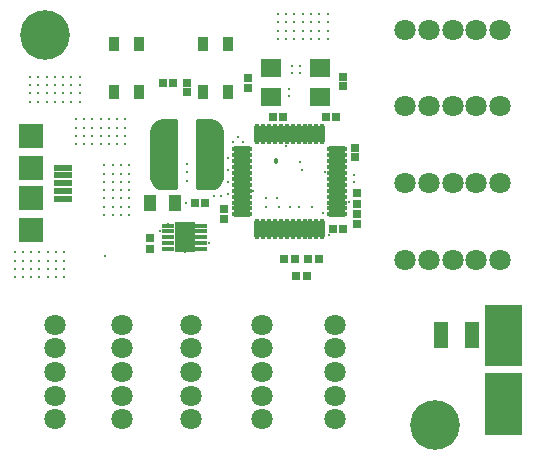
<source format=gts>
G04 Layer_Color=8388736*
%FSAX25Y25*%
%MOIN*%
G70*
G01*
G75*
%ADD37R,0.02572X0.02965*%
%ADD38R,0.02965X0.02572*%
%ADD39R,0.02847X0.02768*%
%ADD40R,0.03359X0.04737*%
G04:AMPARAMS|DCode=41|XSize=90.68mil|YSize=236.35mil|CornerRadius=45.34mil|HoleSize=0mil|Usage=FLASHONLY|Rotation=0.000|XOffset=0mil|YOffset=0mil|HoleType=Round|Shape=RoundedRectangle|*
%AMROUNDEDRECTD41*
21,1,0.09068,0.14567,0,0,0.0*
21,1,0.00000,0.23635,0,0,0.0*
1,1,0.09068,0.00000,-0.07283*
1,1,0.09068,0.00000,-0.07283*
1,1,0.09068,0.00000,0.07283*
1,1,0.09068,0.00000,0.07283*
%
%ADD41ROUNDEDRECTD41*%
%ADD42R,0.04343X0.05524*%
%ADD43R,0.04343X0.01784*%
%ADD44R,0.06666X0.10249*%
%ADD45R,0.07100X0.06300*%
%ADD46R,0.02768X0.02847*%
%ADD47R,0.08300X0.08300*%
%ADD48R,0.08300X0.07900*%
%ADD49R,0.06400X0.02200*%
%ADD50R,0.05131X0.08674*%
%ADD51O,0.06902X0.01784*%
%ADD52O,0.01784X0.06902*%
%ADD53C,0.16548*%
%ADD54C,0.07100*%
%ADD55C,0.01200*%
%ADD56C,0.01800*%
G36*
X0434252Y0158275D02*
X0434304Y0158271D01*
X0434356Y0158261D01*
X0434405Y0158244D01*
X0434452Y0158221D01*
X0434496Y0158192D01*
X0434535Y0158158D01*
X0434570Y0158118D01*
X0434599Y0158074D01*
X0434622Y0158027D01*
X0434639Y0157978D01*
X0434649Y0157926D01*
X0434653Y0157874D01*
Y0138189D01*
X0434649Y0138137D01*
X0434639Y0138085D01*
X0434622Y0138036D01*
X0434599Y0137988D01*
X0434570Y0137945D01*
X0434535Y0137906D01*
X0434496Y0137871D01*
X0434452Y0137842D01*
X0434405Y0137819D01*
X0434356Y0137802D01*
X0434304Y0137792D01*
X0434252Y0137788D01*
X0422441Y0137788D01*
X0422389Y0137792D01*
X0422337Y0137802D01*
X0422288Y0137819D01*
X0422240Y0137842D01*
X0422197Y0137871D01*
X0422157Y0137906D01*
X0422123Y0137945D01*
X0422094Y0137989D01*
X0422071Y0138036D01*
X0422054Y0138085D01*
X0422044Y0138137D01*
X0422040Y0138189D01*
Y0157874D01*
X0422044Y0157926D01*
X0422054Y0157978D01*
X0422071Y0158027D01*
X0422094Y0158074D01*
X0422123Y0158118D01*
X0422157Y0158158D01*
X0422197Y0158192D01*
X0422240Y0158221D01*
X0422288Y0158244D01*
X0422337Y0158261D01*
X0422389Y0158272D01*
X0422441Y0158275D01*
X0434252Y0158275D01*
D02*
G37*
G36*
X0434252Y0135440D02*
X0434304Y0135437D01*
X0434356Y0135427D01*
X0434405Y0135410D01*
X0434452Y0135387D01*
X0434496Y0135357D01*
X0434535Y0135323D01*
X0434570Y0135283D01*
X0434599Y0135240D01*
X0434622Y0135193D01*
X0434639Y0135143D01*
X0434649Y0135092D01*
X0434653Y0135039D01*
Y0115354D01*
X0434649Y0115302D01*
X0434639Y0115251D01*
X0434622Y0115201D01*
X0434599Y0115154D01*
X0434570Y0115110D01*
X0434535Y0115071D01*
X0434496Y0115036D01*
X0434452Y0115007D01*
X0434405Y0114984D01*
X0434356Y0114967D01*
X0434304Y0114957D01*
X0434252Y0114953D01*
X0422441Y0114953D01*
X0422389Y0114957D01*
X0422337Y0114967D01*
X0422288Y0114984D01*
X0422240Y0115007D01*
X0422197Y0115036D01*
X0422157Y0115071D01*
X0422123Y0115110D01*
X0422094Y0115154D01*
X0422071Y0115201D01*
X0422054Y0115251D01*
X0422044Y0115302D01*
X0422040Y0115354D01*
Y0135039D01*
X0422044Y0135092D01*
X0422054Y0135143D01*
X0422071Y0135193D01*
X0422094Y0135240D01*
X0422123Y0135283D01*
X0422157Y0135323D01*
X0422197Y0135357D01*
X0422240Y0135387D01*
X0422288Y0135410D01*
X0422337Y0135427D01*
X0422389Y0135437D01*
X0422441Y0135440D01*
X0434252Y0135440D01*
D02*
G37*
G36*
X0319344Y0220082D02*
X0319395Y0220072D01*
X0319445Y0220055D01*
X0319492Y0220032D01*
X0319535Y0220003D01*
X0319575Y0219968D01*
X0319609Y0219929D01*
X0319638Y0219885D01*
X0319662Y0219838D01*
X0319678Y0219789D01*
X0319689Y0219737D01*
X0319692Y0219685D01*
Y0196850D01*
Y0196850D01*
Y0196850D01*
X0319689Y0196798D01*
X0319678Y0196747D01*
X0319667Y0196713D01*
X0319662Y0196697D01*
X0319638Y0196650D01*
D01*
X0319638Y0196650D01*
X0319624Y0196628D01*
X0319609Y0196606D01*
X0319575Y0196567D01*
X0319575D01*
Y0196567D01*
X0319535Y0196532D01*
X0319514Y0196518D01*
X0319492Y0196503D01*
X0319492Y0196503D01*
D01*
X0319445Y0196480D01*
X0319429Y0196475D01*
X0319395Y0196463D01*
X0319344Y0196453D01*
X0319291Y0196449D01*
X0319291D01*
X0319291D01*
X0314961Y0196450D01*
X0314573Y0196450D01*
X0314560Y0196450D01*
X0314547D01*
X0314534Y0196452D01*
X0314521Y0196453D01*
X0314508Y0196456D01*
X0314495Y0196457D01*
X0313734Y0196609D01*
X0313721Y0196612D01*
X0313709Y0196615D01*
X0313696Y0196619D01*
X0313684Y0196622D01*
X0313671Y0196627D01*
X0313659Y0196631D01*
X0312943Y0196928D01*
X0312931Y0196934D01*
X0312919Y0196939D01*
X0312907Y0196946D01*
X0312895Y0196951D01*
X0312885Y0196959D01*
X0312873Y0196965D01*
X0312228Y0197396D01*
X0312218Y0197404D01*
X0312207Y0197411D01*
X0312197Y0197420D01*
X0312187Y0197428D01*
X0312178Y0197437D01*
X0312168Y0197446D01*
X0311619Y0197994D01*
X0311611Y0198004D01*
X0311601Y0198013D01*
X0311593Y0198024D01*
X0311585Y0198034D01*
X0311577Y0198045D01*
X0311569Y0198055D01*
X0311139Y0198700D01*
X0311132Y0198711D01*
X0311125Y0198722D01*
X0311119Y0198734D01*
X0311112Y0198745D01*
X0311107Y0198757D01*
X0311102Y0198769D01*
X0310805Y0199486D01*
X0310801Y0199498D01*
X0310795Y0199510D01*
X0310792Y0199523D01*
X0310788Y0199535D01*
X0310785Y0199548D01*
X0310782Y0199561D01*
X0310630Y0200321D01*
X0310629Y0200334D01*
X0310626Y0200347D01*
X0310625Y0200360D01*
X0310624Y0200373D01*
Y0200386D01*
X0310623Y0200399D01*
X0310623Y0200787D01*
X0310623Y0200787D01*
X0310623Y0215748D01*
D01*
Y0215748D01*
X0310623Y0216136D01*
X0310624Y0216149D01*
Y0216162D01*
X0310626Y0216175D01*
X0310626Y0216188D01*
X0310629Y0216201D01*
X0310631Y0216214D01*
X0310782Y0216975D01*
X0310785Y0216987D01*
X0310788Y0217000D01*
X0310792Y0217013D01*
X0310795Y0217025D01*
X0310801Y0217038D01*
X0310805Y0217050D01*
X0311102Y0217766D01*
X0311107Y0217778D01*
X0311112Y0217790D01*
X0311119Y0217802D01*
X0311125Y0217813D01*
X0311132Y0217824D01*
X0311139Y0217836D01*
X0311569Y0218480D01*
X0311577Y0218491D01*
X0311585Y0218502D01*
X0311593Y0218512D01*
X0311601Y0218522D01*
X0311611Y0218531D01*
X0311619Y0218541D01*
X0312168Y0219089D01*
X0312177Y0219098D01*
X0312187Y0219107D01*
X0312197Y0219115D01*
X0312207Y0219124D01*
X0312218Y0219131D01*
X0312228Y0219139D01*
X0312873Y0219570D01*
X0312884Y0219577D01*
X0312895Y0219584D01*
X0312907Y0219590D01*
X0312918Y0219596D01*
X0312930Y0219601D01*
X0312942Y0219607D01*
X0313659Y0219904D01*
X0313671Y0219908D01*
X0313683Y0219913D01*
X0313696Y0219917D01*
X0313708Y0219921D01*
X0313721Y0219923D01*
X0313734Y0219927D01*
X0314494Y0220078D01*
X0314508Y0220080D01*
X0314520Y0220082D01*
X0314533Y0220083D01*
X0314546Y0220085D01*
X0314560D01*
X0314573Y0220086D01*
X0314956D01*
X0314956Y0220086D01*
X0314956Y0220086D01*
X0314960D01*
X0314961Y0220086D01*
X0319291Y0220086D01*
X0319344Y0220082D01*
D02*
G37*
G36*
X0330709Y0220086D02*
X0330709Y0220086D01*
X0331097Y0220086D01*
X0331110Y0220085D01*
X0331123D01*
X0331136Y0220083D01*
X0331149Y0220082D01*
X0331162Y0220080D01*
X0331175Y0220078D01*
X0331936Y0219927D01*
X0331948Y0219923D01*
X0331961Y0219921D01*
X0331974Y0219917D01*
X0331986Y0219913D01*
X0331998Y0219908D01*
X0332011Y0219904D01*
X0332727Y0219607D01*
X0332739Y0219601D01*
X0332751Y0219596D01*
X0332763Y0219590D01*
X0332774Y0219584D01*
X0332785Y0219577D01*
X0332797Y0219570D01*
X0333441Y0219139D01*
X0333452Y0219131D01*
X0333463Y0219124D01*
X0333473Y0219115D01*
X0333483Y0219107D01*
X0333492Y0219098D01*
X0333502Y0219089D01*
X0334050Y0218541D01*
X0334059Y0218531D01*
X0334068Y0218522D01*
X0334076Y0218511D01*
X0334085Y0218501D01*
X0334092Y0218491D01*
X0334100Y0218480D01*
X0334531Y0217835D01*
X0334538Y0217824D01*
X0334545Y0217813D01*
X0334551Y0217801D01*
X0334557Y0217790D01*
X0334562Y0217778D01*
X0334568Y0217766D01*
X0334865Y0217050D01*
X0334869Y0217037D01*
X0334874Y0217025D01*
X0334877Y0217012D01*
X0334882Y0217000D01*
X0334884Y0216987D01*
X0334888Y0216974D01*
X0335039Y0216214D01*
X0335041Y0216201D01*
X0335043Y0216188D01*
X0335044Y0216175D01*
X0335046Y0216162D01*
Y0216149D01*
X0335047Y0216136D01*
Y0215748D01*
X0335047Y0200788D01*
X0335047Y0200787D01*
X0335047Y0200400D01*
X0335046Y0200387D01*
Y0200374D01*
X0335044Y0200361D01*
X0335043Y0200347D01*
X0335041Y0200335D01*
X0335039Y0200322D01*
X0334888Y0199561D01*
X0334884Y0199548D01*
X0334882Y0199535D01*
X0334877Y0199523D01*
X0334874Y0199510D01*
X0334869Y0199498D01*
X0334865Y0199486D01*
X0334568Y0198769D01*
X0334562Y0198758D01*
X0334557Y0198745D01*
X0334550Y0198734D01*
X0334545Y0198722D01*
X0334537Y0198711D01*
X0334531Y0198700D01*
X0334100Y0198055D01*
X0334092Y0198045D01*
X0334085Y0198034D01*
X0334076Y0198024D01*
X0334068Y0198013D01*
X0334059Y0198004D01*
X0334050Y0197994D01*
X0333502Y0197446D01*
X0333492Y0197437D01*
X0333483Y0197428D01*
X0333472Y0197420D01*
X0333462Y0197411D01*
X0333452Y0197404D01*
X0333441Y0197396D01*
X0332796Y0196965D01*
X0332785Y0196959D01*
X0332774Y0196951D01*
X0332762Y0196946D01*
X0332751Y0196939D01*
X0332739Y0196934D01*
X0332727Y0196928D01*
X0332010Y0196631D01*
X0331998Y0196627D01*
X0331986Y0196622D01*
X0331973Y0196619D01*
X0331961Y0196615D01*
X0331948Y0196612D01*
X0331935Y0196608D01*
X0331175Y0196457D01*
X0331162Y0196456D01*
X0331149Y0196453D01*
X0331136Y0196452D01*
X0331123Y0196450D01*
X0331109D01*
X0331096Y0196449D01*
X0330709Y0196449D01*
X0330709D01*
X0330709D01*
X0326378Y0196449D01*
X0326378D01*
D01*
X0326326Y0196453D01*
X0326274Y0196463D01*
X0326257Y0196469D01*
X0326224Y0196480D01*
X0326178Y0196503D01*
X0326134Y0196532D01*
X0326095Y0196567D01*
Y0196567D01*
X0326095D01*
X0326060Y0196606D01*
X0326031Y0196650D01*
X0326008Y0196697D01*
X0325996Y0196730D01*
X0325991Y0196746D01*
X0325980Y0196798D01*
X0325977Y0196850D01*
Y0196850D01*
D01*
Y0219685D01*
X0325978Y0219698D01*
X0325980Y0219737D01*
X0325991Y0219789D01*
Y0219789D01*
X0325991Y0219789D01*
X0325997Y0219806D01*
X0326008Y0219838D01*
X0326031Y0219885D01*
D01*
X0326031Y0219885D01*
X0326043Y0219903D01*
X0326060Y0219929D01*
X0326095Y0219968D01*
X0326095Y0219968D01*
X0326095Y0219968D01*
X0326134Y0220003D01*
X0326160Y0220020D01*
X0326178Y0220032D01*
X0326178Y0220032D01*
D01*
X0326224Y0220055D01*
X0326256Y0220066D01*
X0326274Y0220072D01*
X0326274Y0220072D01*
X0326274D01*
X0326326Y0220082D01*
X0326364Y0220085D01*
X0326378Y0220086D01*
X0330709Y0220086D01*
X0330709Y0220086D01*
D02*
G37*
D37*
X0366732Y0173622D02*
D03*
X0363189D02*
D03*
X0362795Y0167717D02*
D03*
X0359252D02*
D03*
X0358858Y0173622D02*
D03*
X0355315D02*
D03*
X0314764Y0232283D02*
D03*
X0318307D02*
D03*
D38*
X0379528Y0195472D02*
D03*
Y0191929D02*
D03*
X0379527Y0185039D02*
D03*
Y0188583D02*
D03*
X0310630Y0180512D02*
D03*
Y0176969D02*
D03*
D39*
X0335039Y0186969D02*
D03*
Y0190197D02*
D03*
X0322835Y0232323D02*
D03*
Y0229095D02*
D03*
X0378740Y0210669D02*
D03*
Y0207441D02*
D03*
X0374803Y0234252D02*
D03*
Y0231024D02*
D03*
X0343307Y0230669D02*
D03*
Y0233898D02*
D03*
D40*
X0328150Y0229134D02*
D03*
X0336417D02*
D03*
X0328150Y0245276D02*
D03*
X0336417D02*
D03*
X0306693D02*
D03*
X0298425D02*
D03*
X0306693Y0229134D02*
D03*
X0298425D02*
D03*
D41*
X0315158Y0208268D02*
D03*
X0330512D02*
D03*
D42*
X0310433Y0192126D02*
D03*
X0318701D02*
D03*
D43*
X0316555Y0184646D02*
D03*
Y0182677D02*
D03*
Y0180709D02*
D03*
Y0178740D02*
D03*
Y0176772D02*
D03*
X0327539Y0184646D02*
D03*
Y0182677D02*
D03*
Y0180709D02*
D03*
Y0178740D02*
D03*
Y0176772D02*
D03*
D44*
X0322047Y0180709D02*
D03*
D45*
X0367205Y0227533D02*
D03*
X0350905D02*
D03*
Y0237033D02*
D03*
X0367205D02*
D03*
D46*
X0328779Y0192126D02*
D03*
X0325551D02*
D03*
X0374803Y0183465D02*
D03*
X0371575D02*
D03*
X0369252Y0220866D02*
D03*
X0372480D02*
D03*
X0351535D02*
D03*
X0354764D02*
D03*
D47*
X0270866Y0193860D02*
D03*
Y0203860D02*
D03*
D48*
Y0183060D02*
D03*
Y0214608D02*
D03*
D49*
X0281366Y0196260D02*
D03*
Y0198860D02*
D03*
Y0201419D02*
D03*
Y0193660D02*
D03*
Y0203978D02*
D03*
D50*
X0417716Y0148031D02*
D03*
X0407480D02*
D03*
D51*
X0372933Y0210039D02*
D03*
Y0208071D02*
D03*
Y0206102D02*
D03*
Y0204134D02*
D03*
Y0202165D02*
D03*
Y0200197D02*
D03*
Y0198228D02*
D03*
Y0196260D02*
D03*
Y0194291D02*
D03*
Y0192323D02*
D03*
Y0190354D02*
D03*
Y0188386D02*
D03*
X0341240D02*
D03*
Y0190354D02*
D03*
Y0192323D02*
D03*
Y0194291D02*
D03*
Y0196260D02*
D03*
Y0198228D02*
D03*
Y0200197D02*
D03*
Y0202165D02*
D03*
Y0204134D02*
D03*
Y0206102D02*
D03*
Y0208071D02*
D03*
Y0210039D02*
D03*
D52*
X0367913Y0183366D02*
D03*
X0365945D02*
D03*
X0363976D02*
D03*
X0362008D02*
D03*
X0360039D02*
D03*
X0358071D02*
D03*
X0356102D02*
D03*
X0354134D02*
D03*
X0352165D02*
D03*
X0350197D02*
D03*
X0348228D02*
D03*
X0346260D02*
D03*
Y0215059D02*
D03*
X0348228D02*
D03*
X0350197D02*
D03*
X0352165D02*
D03*
X0354134D02*
D03*
X0356102D02*
D03*
X0358071D02*
D03*
X0360039D02*
D03*
X0362008D02*
D03*
X0363976D02*
D03*
X0365945D02*
D03*
X0367913D02*
D03*
D53*
X0405512Y0118110D02*
D03*
X0275590Y0248031D02*
D03*
D54*
X0395643Y0250000D02*
D03*
X0403543D02*
D03*
X0411443D02*
D03*
X0419317D02*
D03*
X0427191D02*
D03*
X0372047Y0151627D02*
D03*
Y0143727D02*
D03*
Y0135827D02*
D03*
Y0127953D02*
D03*
Y0120079D02*
D03*
X0395617Y0224409D02*
D03*
X0403517D02*
D03*
X0411417D02*
D03*
X0419291D02*
D03*
X0427165D02*
D03*
X0395643Y0198819D02*
D03*
X0403543D02*
D03*
X0411443D02*
D03*
X0419317D02*
D03*
X0427191D02*
D03*
X0395617Y0173228D02*
D03*
X0403517D02*
D03*
X0411417D02*
D03*
X0419291D02*
D03*
X0427165D02*
D03*
X0347669Y0151627D02*
D03*
Y0143727D02*
D03*
Y0135827D02*
D03*
Y0127953D02*
D03*
Y0120079D02*
D03*
X0324169Y0151627D02*
D03*
Y0143727D02*
D03*
Y0135827D02*
D03*
Y0127953D02*
D03*
Y0120079D02*
D03*
X0301181Y0151627D02*
D03*
Y0143727D02*
D03*
Y0135827D02*
D03*
Y0127953D02*
D03*
Y0120079D02*
D03*
X0278864Y0151627D02*
D03*
Y0143727D02*
D03*
Y0135827D02*
D03*
Y0127953D02*
D03*
Y0120079D02*
D03*
D55*
X0268106Y0170206D02*
D03*
X0270861Y0172962D02*
D03*
X0273617Y0175718D02*
D03*
X0276373Y0167450D02*
D03*
X0279129D02*
D03*
X0281885D02*
D03*
X0265350Y0172962D02*
D03*
X0268106Y0167450D02*
D03*
Y0175718D02*
D03*
Y0172962D02*
D03*
X0265350Y0167450D02*
D03*
Y0175718D02*
D03*
Y0170206D02*
D03*
X0273617Y0172962D02*
D03*
Y0170206D02*
D03*
X0270861Y0167450D02*
D03*
Y0170206D02*
D03*
Y0175718D02*
D03*
X0276373Y0170206D02*
D03*
Y0172962D02*
D03*
X0273617Y0167450D02*
D03*
X0276373Y0175718D02*
D03*
X0281885D02*
D03*
Y0172962D02*
D03*
Y0170206D02*
D03*
X0279129Y0175718D02*
D03*
Y0172962D02*
D03*
Y0170206D02*
D03*
X0288506Y0214506D02*
D03*
X0291261Y0217262D02*
D03*
X0294017Y0220018D02*
D03*
X0296773Y0211750D02*
D03*
X0299529D02*
D03*
X0302285D02*
D03*
X0285750Y0217262D02*
D03*
X0288506Y0211750D02*
D03*
Y0220018D02*
D03*
Y0217262D02*
D03*
X0285750Y0211750D02*
D03*
Y0220018D02*
D03*
Y0214506D02*
D03*
X0294017Y0217262D02*
D03*
Y0214506D02*
D03*
X0291261Y0211750D02*
D03*
Y0214506D02*
D03*
Y0220018D02*
D03*
X0296773Y0214506D02*
D03*
Y0217262D02*
D03*
X0294017Y0211750D02*
D03*
X0296773Y0220018D02*
D03*
X0302285D02*
D03*
Y0217262D02*
D03*
Y0214506D02*
D03*
X0299529Y0220018D02*
D03*
Y0217262D02*
D03*
Y0214506D02*
D03*
X0273306Y0228706D02*
D03*
X0276061Y0231462D02*
D03*
X0278817Y0234218D02*
D03*
X0281573Y0225950D02*
D03*
X0284329D02*
D03*
X0287085D02*
D03*
X0270550Y0231462D02*
D03*
X0273306Y0225950D02*
D03*
Y0234218D02*
D03*
Y0231462D02*
D03*
X0270550Y0225950D02*
D03*
Y0234218D02*
D03*
Y0228706D02*
D03*
X0278817Y0231462D02*
D03*
Y0228706D02*
D03*
X0276061Y0225950D02*
D03*
Y0228706D02*
D03*
Y0234218D02*
D03*
X0281573Y0228706D02*
D03*
Y0231462D02*
D03*
X0278817Y0225950D02*
D03*
X0281573Y0234218D02*
D03*
X0287085D02*
D03*
Y0231462D02*
D03*
Y0228706D02*
D03*
X0284329Y0234218D02*
D03*
Y0231462D02*
D03*
Y0228706D02*
D03*
X0368205Y0226533D02*
D03*
X0365700Y0226500D02*
D03*
X0365800Y0228800D02*
D03*
X0368572Y0228900D02*
D03*
X0352700Y0235900D02*
D03*
Y0238400D02*
D03*
X0349300Y0235500D02*
D03*
Y0238400D02*
D03*
X0360630Y0237795D02*
D03*
X0357874D02*
D03*
X0354764Y0220866D02*
D03*
X0356693Y0230315D02*
D03*
Y0227953D02*
D03*
X0357874Y0235433D02*
D03*
X0360630D02*
D03*
X0378346Y0201575D02*
D03*
Y0199213D02*
D03*
X0378740Y0207441D02*
D03*
X0370200Y0181499D02*
D03*
X0371476Y0183366D02*
D03*
X0349213Y0190945D02*
D03*
Y0193701D02*
D03*
X0352756D02*
D03*
X0322047Y0175984D02*
D03*
X0322835Y0199606D02*
D03*
Y0202362D02*
D03*
Y0205118D02*
D03*
X0322441Y0192126D02*
D03*
X0325551Y0192126D02*
D03*
X0318701D02*
D03*
X0323228Y0181496D02*
D03*
X0320866D02*
D03*
X0323228Y0183858D02*
D03*
X0320866D02*
D03*
X0366929Y0249606D02*
D03*
Y0252362D02*
D03*
Y0255118D02*
D03*
X0369685Y0249606D02*
D03*
Y0252362D02*
D03*
Y0255118D02*
D03*
X0364173D02*
D03*
X0361417Y0246850D02*
D03*
X0364173Y0252362D02*
D03*
Y0249606D02*
D03*
X0358661Y0255118D02*
D03*
Y0249606D02*
D03*
Y0246850D02*
D03*
X0361417Y0249606D02*
D03*
Y0252362D02*
D03*
X0353150Y0249606D02*
D03*
Y0255118D02*
D03*
Y0246850D02*
D03*
X0355906Y0252362D02*
D03*
Y0255118D02*
D03*
Y0246850D02*
D03*
X0353150Y0252362D02*
D03*
X0369685Y0246850D02*
D03*
X0366929D02*
D03*
X0364173D02*
D03*
X0361417Y0255118D02*
D03*
X0358661Y0252362D02*
D03*
X0355906Y0249606D02*
D03*
X0298031Y0201969D02*
D03*
X0300787Y0199213D02*
D03*
X0303543Y0196457D02*
D03*
X0295276Y0193701D02*
D03*
Y0190945D02*
D03*
Y0188189D02*
D03*
X0300787Y0204724D02*
D03*
X0295276Y0201969D02*
D03*
X0303543D02*
D03*
X0300787D02*
D03*
X0295276Y0204724D02*
D03*
X0303543D02*
D03*
X0298031D02*
D03*
X0300787Y0196457D02*
D03*
X0298031D02*
D03*
X0295276Y0199213D02*
D03*
X0298031D02*
D03*
X0303543D02*
D03*
X0298031Y0193701D02*
D03*
X0300787D02*
D03*
X0295276Y0196457D02*
D03*
X0303543Y0193701D02*
D03*
Y0188189D02*
D03*
X0300787D02*
D03*
X0298031D02*
D03*
X0303543Y0190945D02*
D03*
X0300787D02*
D03*
X0298031D02*
D03*
X0426378Y0119685D02*
D03*
X0429134D02*
D03*
X0431890D02*
D03*
X0426378Y0116929D02*
D03*
X0429134D02*
D03*
X0431890D02*
D03*
Y0122441D02*
D03*
X0423622Y0125197D02*
D03*
X0429134Y0122441D02*
D03*
X0426378D02*
D03*
X0431890Y0127953D02*
D03*
X0426378D02*
D03*
X0423622D02*
D03*
X0426378Y0125197D02*
D03*
X0429134D02*
D03*
X0426378Y0133465D02*
D03*
X0431890D02*
D03*
X0423622D02*
D03*
X0429134Y0130709D02*
D03*
X0431890D02*
D03*
X0423622D02*
D03*
X0429134Y0133465D02*
D03*
X0423622Y0116929D02*
D03*
Y0119685D02*
D03*
Y0122441D02*
D03*
X0431890Y0125197D02*
D03*
X0429134Y0127953D02*
D03*
X0426378Y0130709D02*
D03*
X0331890Y0194488D02*
D03*
X0334252D02*
D03*
X0336614Y0195276D02*
D03*
Y0199213D02*
D03*
Y0203150D02*
D03*
Y0207087D02*
D03*
X0341339Y0212598D02*
D03*
X0338189D02*
D03*
X0339764Y0214173D02*
D03*
X0295636Y0174409D02*
D03*
X0310236Y0192126D02*
D03*
X0353543Y0190945D02*
D03*
X0361024Y0203150D02*
D03*
X0360630Y0205906D02*
D03*
X0368112Y0188979D02*
D03*
X0364567Y0190945D02*
D03*
X0357087D02*
D03*
X0355906Y0211024D02*
D03*
X0360236Y0190945D02*
D03*
X0376771Y0192519D02*
D03*
X0379527Y0191929D02*
D03*
X0316535Y0185039D02*
D03*
X0313997Y0182677D02*
D03*
X0344921Y0196128D02*
D03*
X0330314Y0178740D02*
D03*
X0328110Y0229095D02*
D03*
X0368898Y0202362D02*
D03*
X0314764Y0232283D02*
D03*
X0315748Y0198819D02*
D03*
D56*
X0352362Y0206299D02*
D03*
M02*

</source>
